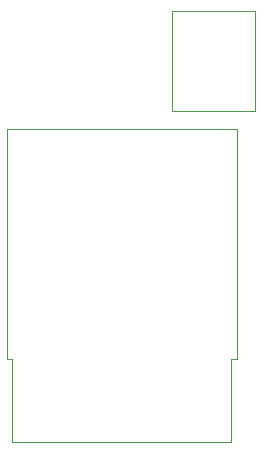
<source format=gbr>
G04*
G04 #@! TF.GenerationSoftware,Altium Limited,Altium Designer,25.0.2 (28)*
G04*
G04 Layer_Color=32768*
%FSLAX44Y44*%
%MOMM*%
G71*
G04*
G04 #@! TF.SameCoordinates,D42C59B9-CDD2-46E9-AE24-7A473A00D307*
G04*
G04*
G04 #@! TF.FilePolarity,Positive*
G04*
G01*
G75*
%ADD67C,0.0500*%
D67*
X780850Y406400D02*
X965850D01*
X780850D02*
Y476400D01*
X775850D02*
X780850D01*
X775850D02*
Y671400D01*
X970850D01*
Y476400D02*
Y671400D01*
X965850Y476400D02*
X970850D01*
X965850Y406400D02*
Y476400D01*
X986255Y686480D02*
Y771480D01*
X916205D02*
X986255D01*
X916205Y686480D02*
Y771480D01*
Y686480D02*
X986255D01*
M02*

</source>
